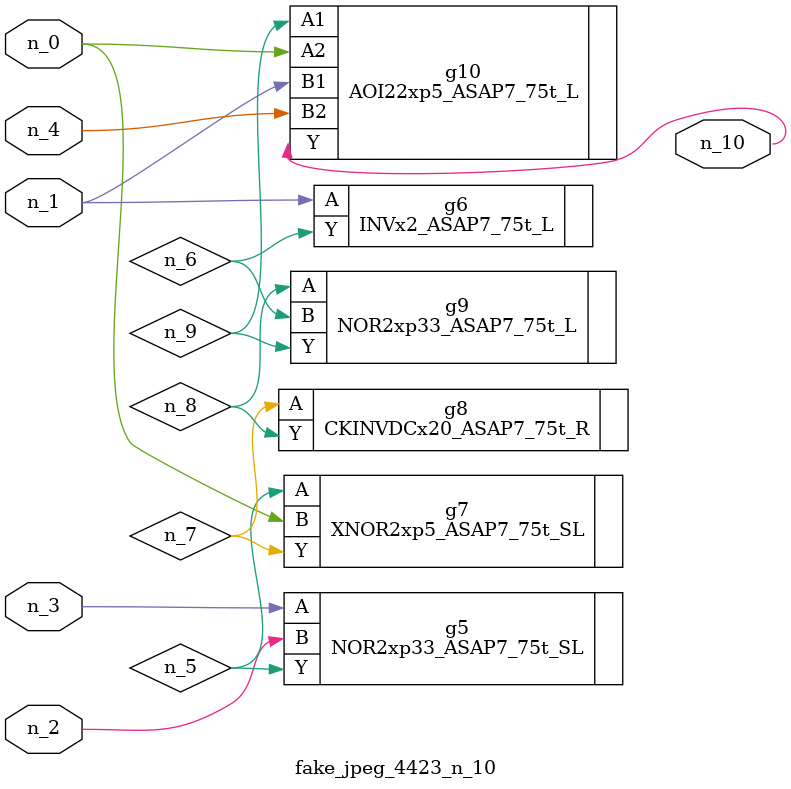
<source format=v>
module fake_jpeg_4423_n_10 (n_3, n_2, n_1, n_0, n_4, n_10);

input n_3;
input n_2;
input n_1;
input n_0;
input n_4;

output n_10;

wire n_8;
wire n_9;
wire n_6;
wire n_5;
wire n_7;

NOR2xp33_ASAP7_75t_SL g5 ( 
.A(n_3),
.B(n_2),
.Y(n_5)
);

INVx2_ASAP7_75t_L g6 ( 
.A(n_1),
.Y(n_6)
);

XNOR2xp5_ASAP7_75t_SL g7 ( 
.A(n_5),
.B(n_0),
.Y(n_7)
);

CKINVDCx20_ASAP7_75t_R g8 ( 
.A(n_7),
.Y(n_8)
);

NOR2xp33_ASAP7_75t_L g9 ( 
.A(n_8),
.B(n_6),
.Y(n_9)
);

AOI22xp5_ASAP7_75t_L g10 ( 
.A1(n_9),
.A2(n_0),
.B1(n_1),
.B2(n_4),
.Y(n_10)
);


endmodule
</source>
